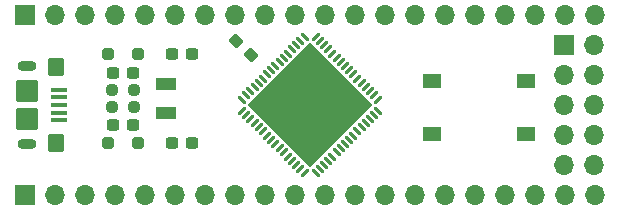
<source format=gbr>
%TF.GenerationSoftware,KiCad,Pcbnew,9.0.2*%
%TF.CreationDate,2025-06-23T15:22:55-04:00*%
%TF.ProjectId,Pro600_CPU_Upgrade,50726f36-3030-45f4-9350-555f55706772,rev?*%
%TF.SameCoordinates,Original*%
%TF.FileFunction,Soldermask,Top*%
%TF.FilePolarity,Negative*%
%FSLAX46Y46*%
G04 Gerber Fmt 4.6, Leading zero omitted, Abs format (unit mm)*
G04 Created by KiCad (PCBNEW 9.0.2) date 2025-06-23 15:22:55*
%MOMM*%
%LPD*%
G01*
G04 APERTURE LIST*
G04 Aperture macros list*
%AMRoundRect*
0 Rectangle with rounded corners*
0 $1 Rounding radius*
0 $2 $3 $4 $5 $6 $7 $8 $9 X,Y pos of 4 corners*
0 Add a 4 corners polygon primitive as box body*
4,1,4,$2,$3,$4,$5,$6,$7,$8,$9,$2,$3,0*
0 Add four circle primitives for the rounded corners*
1,1,$1+$1,$2,$3*
1,1,$1+$1,$4,$5*
1,1,$1+$1,$6,$7*
1,1,$1+$1,$8,$9*
0 Add four rect primitives between the rounded corners*
20,1,$1+$1,$2,$3,$4,$5,0*
20,1,$1+$1,$4,$5,$6,$7,0*
20,1,$1+$1,$6,$7,$8,$9,0*
20,1,$1+$1,$8,$9,$2,$3,0*%
%AMRotRect*
0 Rectangle, with rotation*
0 The origin of the aperture is its center*
0 $1 length*
0 $2 width*
0 $3 Rotation angle, in degrees counterclockwise*
0 Add horizontal line*
21,1,$1,$2,0,0,$3*%
%AMFreePoly0*
4,1,14,0.355806,0.106694,0.419194,0.043306,0.437500,-0.000888,0.437500,-0.062500,0.419194,-0.106694,0.375000,-0.125000,-0.375000,-0.125000,-0.419194,-0.106694,-0.437500,-0.062500,-0.437500,0.062500,-0.419194,0.106694,-0.375000,0.125000,0.311612,0.125000,0.355806,0.106694,0.355806,0.106694,$1*%
%AMFreePoly1*
4,1,14,0.419194,0.106694,0.437500,0.062500,0.437500,0.000888,0.419194,-0.043306,0.355806,-0.106694,0.311612,-0.125000,-0.375000,-0.125000,-0.419194,-0.106694,-0.437500,-0.062500,-0.437500,0.062500,-0.419194,0.106694,-0.375000,0.125000,0.375000,0.125000,0.419194,0.106694,0.419194,0.106694,$1*%
%AMFreePoly2*
4,1,14,0.106694,0.419194,0.125000,0.375000,0.125000,-0.375000,0.106694,-0.419194,0.062500,-0.437500,-0.062500,-0.437500,-0.106694,-0.419194,-0.125000,-0.375000,-0.125000,0.311612,-0.106694,0.355806,-0.043306,0.419194,0.000888,0.437500,0.062500,0.437500,0.106694,0.419194,0.106694,0.419194,$1*%
%AMFreePoly3*
4,1,14,0.043306,0.419194,0.106694,0.355806,0.125000,0.311612,0.125000,-0.375000,0.106694,-0.419194,0.062500,-0.437500,-0.062500,-0.437500,-0.106694,-0.419194,-0.125000,-0.375000,-0.125000,0.375000,-0.106694,0.419194,-0.062500,0.437500,-0.000888,0.437500,0.043306,0.419194,0.043306,0.419194,$1*%
%AMFreePoly4*
4,1,14,0.419194,0.106694,0.437500,0.062500,0.437500,-0.062500,0.419194,-0.106694,0.375000,-0.125000,-0.311612,-0.125000,-0.355806,-0.106694,-0.419194,-0.043306,-0.437500,0.000888,-0.437500,0.062500,-0.419194,0.106694,-0.375000,0.125000,0.375000,0.125000,0.419194,0.106694,0.419194,0.106694,$1*%
%AMFreePoly5*
4,1,14,0.419194,0.106694,0.437500,0.062500,0.437500,-0.062500,0.419194,-0.106694,0.375000,-0.125000,-0.375000,-0.125000,-0.419194,-0.106694,-0.437500,-0.062500,-0.437500,-0.000888,-0.419194,0.043306,-0.355806,0.106694,-0.311612,0.125000,0.375000,0.125000,0.419194,0.106694,0.419194,0.106694,$1*%
%AMFreePoly6*
4,1,14,0.106694,0.419194,0.125000,0.375000,0.125000,-0.311612,0.106694,-0.355806,0.043306,-0.419194,-0.000888,-0.437500,-0.062500,-0.437500,-0.106694,-0.419194,-0.125000,-0.375000,-0.125000,0.375000,-0.106694,0.419194,-0.062500,0.437500,0.062500,0.437500,0.106694,0.419194,0.106694,0.419194,$1*%
%AMFreePoly7*
4,1,14,0.106694,0.419194,0.125000,0.375000,0.125000,-0.375000,0.106694,-0.419194,0.062500,-0.437500,0.000888,-0.437500,-0.043306,-0.419194,-0.106694,-0.355806,-0.125000,-0.311612,-0.125000,0.375000,-0.106694,0.419194,-0.062500,0.437500,0.062500,0.437500,0.106694,0.419194,0.106694,0.419194,$1*%
G04 Aperture macros list end*
%ADD10O,1.600000X0.900000*%
%ADD11RoundRect,0.250000X-0.450000X0.550000X-0.450000X-0.550000X0.450000X-0.550000X0.450000X0.550000X0*%
%ADD12RoundRect,0.250000X-0.700000X0.700000X-0.700000X-0.700000X0.700000X-0.700000X0.700000X0.700000X0*%
%ADD13RoundRect,0.100000X-0.575000X0.100000X-0.575000X-0.100000X0.575000X-0.100000X0.575000X0.100000X0*%
%ADD14R,1.700000X1.700000*%
%ADD15O,1.700000X1.700000*%
%ADD16RoundRect,0.237500X-0.250000X-0.237500X0.250000X-0.237500X0.250000X0.237500X-0.250000X0.237500X0*%
%ADD17R,1.800000X1.000000*%
%ADD18R,1.550000X1.300000*%
%ADD19RoundRect,0.250000X0.250000X0.250000X-0.250000X0.250000X-0.250000X-0.250000X0.250000X-0.250000X0*%
%ADD20FreePoly0,315.000000*%
%ADD21RoundRect,0.062500X-0.309359X0.220971X0.220971X-0.309359X0.309359X-0.220971X-0.220971X0.309359X0*%
%ADD22FreePoly1,315.000000*%
%ADD23FreePoly2,315.000000*%
%ADD24RoundRect,0.062500X-0.309359X-0.220971X-0.220971X-0.309359X0.309359X0.220971X0.220971X0.309359X0*%
%ADD25FreePoly3,315.000000*%
%ADD26FreePoly4,315.000000*%
%ADD27FreePoly5,315.000000*%
%ADD28FreePoly6,315.000000*%
%ADD29FreePoly7,315.000000*%
%ADD30RotRect,7.500000X7.500000X315.000000*%
%ADD31RoundRect,0.237500X-0.380070X0.044194X0.044194X-0.380070X0.380070X-0.044194X-0.044194X0.380070X0*%
%ADD32RoundRect,0.237500X0.300000X0.237500X-0.300000X0.237500X-0.300000X-0.237500X0.300000X-0.237500X0*%
%ADD33RoundRect,0.237500X-0.300000X-0.237500X0.300000X-0.237500X0.300000X0.237500X-0.300000X0.237500X0*%
G04 APERTURE END LIST*
D10*
%TO.C,J5*%
X52250000Y-37599999D03*
D11*
X54700000Y-37500000D03*
D12*
X52250000Y-35500000D03*
X52250000Y-33100000D03*
D11*
X54700000Y-31100000D03*
D10*
X52250000Y-31000001D03*
D13*
X54925000Y-35600000D03*
X54925000Y-34950000D03*
X54925001Y-34300000D03*
X54925000Y-33650000D03*
X54925000Y-33000000D03*
%TD*%
D14*
%TO.C,J4*%
X97750000Y-29250000D03*
D15*
X100290000Y-29250000D03*
X97750000Y-31790000D03*
X100290000Y-31790000D03*
X97750000Y-34329999D03*
X100290000Y-34330000D03*
X97750000Y-36870000D03*
X100290000Y-36870000D03*
X97750000Y-39410000D03*
X100290000Y-39410000D03*
%TD*%
D16*
%TO.C,R3*%
X59484500Y-34500000D03*
X61309500Y-34500000D03*
%TD*%
D17*
%TO.C,Y1*%
X64000000Y-34999999D03*
X64000000Y-32500001D03*
%TD*%
D18*
%TO.C,SW1*%
X86525000Y-32250000D03*
X94475000Y-32250000D03*
X86525000Y-36750000D03*
X94475000Y-36750000D03*
%TD*%
D15*
%TO.C,J3*%
X100330000Y-26670000D03*
X97790000Y-26670000D03*
X95250000Y-26670000D03*
X92710000Y-26670000D03*
X90170000Y-26670000D03*
X87630000Y-26670000D03*
X85090000Y-26670000D03*
X82550000Y-26670000D03*
X80010000Y-26670000D03*
X77470000Y-26670000D03*
X74930000Y-26670000D03*
X72390000Y-26670000D03*
X69850000Y-26670000D03*
X67310000Y-26670000D03*
X64770000Y-26670000D03*
X62230000Y-26670000D03*
X59690000Y-26670000D03*
X57150000Y-26670000D03*
X54610000Y-26670000D03*
D14*
X52070000Y-26670000D03*
%TD*%
D19*
%TO.C,D2*%
X61647000Y-37500000D03*
X59147000Y-37500000D03*
%TD*%
D20*
%TO.C,U1*%
X75761542Y-28528241D03*
D21*
X75407988Y-28881794D03*
X75054435Y-29235348D03*
X74700882Y-29588901D03*
X74347328Y-29942454D03*
X73993775Y-30296008D03*
X73640221Y-30649561D03*
X73286668Y-31003115D03*
X72933115Y-31356668D03*
X72579561Y-31710221D03*
X72226008Y-32063775D03*
X71872454Y-32417328D03*
X71518901Y-32770882D03*
X71165348Y-33124435D03*
X70811794Y-33477988D03*
D22*
X70458241Y-33831542D03*
D23*
X70458241Y-34768458D03*
D24*
X70811794Y-35122012D03*
X71165348Y-35475565D03*
X71518901Y-35829118D03*
X71872454Y-36182672D03*
X72226008Y-36536225D03*
X72579561Y-36889779D03*
X72933115Y-37243332D03*
X73286668Y-37596885D03*
X73640221Y-37950439D03*
X73993775Y-38303992D03*
X74347328Y-38657546D03*
X74700882Y-39011099D03*
X75054435Y-39364652D03*
X75407988Y-39718206D03*
D25*
X75761542Y-40071759D03*
D26*
X76698458Y-40071759D03*
D21*
X77052012Y-39718206D03*
X77405565Y-39364652D03*
X77759118Y-39011099D03*
X78112672Y-38657546D03*
X78466225Y-38303992D03*
X78819779Y-37950439D03*
X79173332Y-37596885D03*
X79526885Y-37243332D03*
X79880439Y-36889779D03*
X80233992Y-36536225D03*
X80587546Y-36182672D03*
X80941099Y-35829118D03*
X81294652Y-35475565D03*
X81648206Y-35122012D03*
D27*
X82001759Y-34768458D03*
D28*
X82001759Y-33831542D03*
D24*
X81648206Y-33477988D03*
X81294652Y-33124435D03*
X80941099Y-32770882D03*
X80587546Y-32417328D03*
X80233992Y-32063775D03*
X79880439Y-31710221D03*
X79526885Y-31356668D03*
X79173332Y-31003115D03*
X78819779Y-30649561D03*
X78466225Y-30296008D03*
X78112672Y-29942454D03*
X77759118Y-29588901D03*
X77405565Y-29235348D03*
X77052012Y-28881794D03*
D29*
X76698458Y-28528241D03*
D30*
X76230000Y-34300000D03*
%TD*%
D31*
%TO.C,C9*%
X69980240Y-28880240D03*
X71200000Y-30100000D03*
%TD*%
D32*
%TO.C,C2*%
X66225002Y-30000000D03*
X64500000Y-30000000D03*
%TD*%
D33*
%TO.C,C4*%
X59534500Y-36000000D03*
X61259500Y-36000000D03*
%TD*%
D19*
%TO.C,D1*%
X61647000Y-30000000D03*
X59147000Y-30000000D03*
%TD*%
D33*
%TO.C,C3*%
X59534500Y-31553000D03*
X61259500Y-31553000D03*
%TD*%
D14*
%TO.C,J2*%
X52070000Y-41910000D03*
D15*
X54610000Y-41910000D03*
X57150000Y-41910000D03*
X59690000Y-41910000D03*
X62230000Y-41910000D03*
X64770000Y-41910000D03*
X67310000Y-41910000D03*
X69850000Y-41910000D03*
X72390000Y-41910000D03*
X74930000Y-41910000D03*
X77470000Y-41910000D03*
X80010000Y-41910000D03*
X82550000Y-41910000D03*
X85090000Y-41910000D03*
X87630000Y-41910000D03*
X90170000Y-41910000D03*
X92710000Y-41910000D03*
X95250000Y-41910000D03*
X97790000Y-41910000D03*
X100330000Y-41910000D03*
%TD*%
D16*
%TO.C,R4*%
X59484500Y-33000000D03*
X61309500Y-33000000D03*
%TD*%
D32*
%TO.C,C1*%
X66225002Y-37500000D03*
X64500000Y-37500000D03*
%TD*%
M02*

</source>
